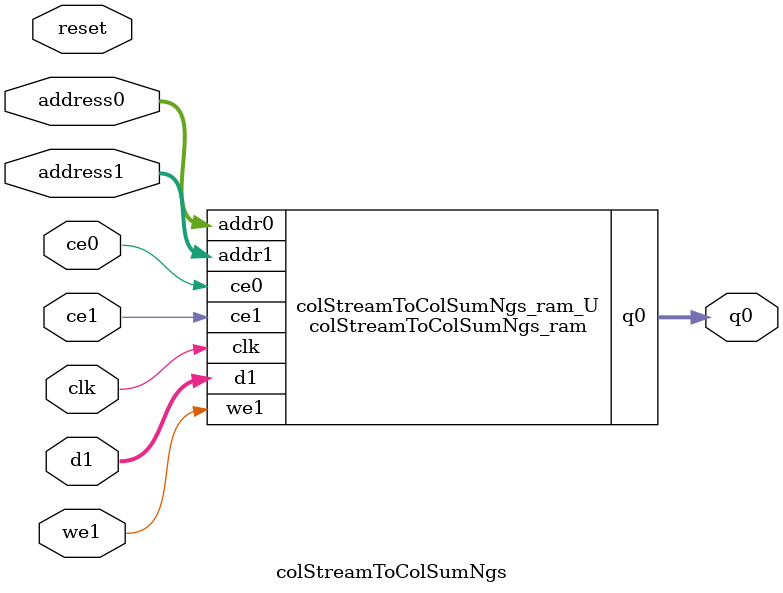
<source format=v>

`timescale 1 ns / 1 ps
module colStreamToColSumNgs_ram (addr0, ce0, q0, addr1, ce1, d1, we1,  clk);

parameter DWIDTH = 52;
parameter AWIDTH = 3;
parameter MEM_SIZE = 7;

input[AWIDTH-1:0] addr0;
input ce0;
output reg[DWIDTH-1:0] q0;
input[AWIDTH-1:0] addr1;
input ce1;
input[DWIDTH-1:0] d1;
input we1;
input clk;

(* ram_style = "distributed" *)reg [DWIDTH-1:0] ram[0:MEM_SIZE-1];




always @(posedge clk)  
begin 
    if (ce0) 
    begin
            q0 <= ram[addr0];
    end
end


always @(posedge clk)  
begin 
    if (ce1) 
    begin
        if (we1) 
        begin 
            ram[addr1] <= d1; 
        end 
    end
end


endmodule


`timescale 1 ns / 1 ps
module colStreamToColSumNgs(
    reset,
    clk,
    address0,
    ce0,
    q0,
    address1,
    ce1,
    we1,
    d1);

parameter DataWidth = 32'd52;
parameter AddressRange = 32'd7;
parameter AddressWidth = 32'd3;
input reset;
input clk;
input[AddressWidth - 1:0] address0;
input ce0;
output[DataWidth - 1:0] q0;
input[AddressWidth - 1:0] address1;
input ce1;
input we1;
input[DataWidth - 1:0] d1;



colStreamToColSumNgs_ram colStreamToColSumNgs_ram_U(
    .clk( clk ),
    .addr0( address0 ),
    .ce0( ce0 ),
    .q0( q0 ),
    .addr1( address1 ),
    .ce1( ce1 ),
    .d1( d1 ),
    .we1( we1 ));

endmodule


</source>
